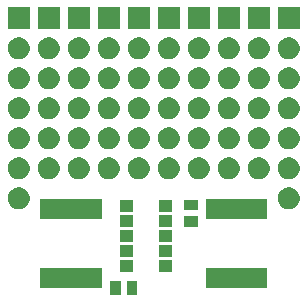
<source format=gts>
G04 #@! TF.FileFunction,Soldermask,Top*
%FSLAX46Y46*%
G04 Gerber Fmt 4.6, Leading zero omitted, Abs format (unit mm)*
G04 Created by KiCad (PCBNEW 4.0.1-stable) date 2016-02-27 01:30:11*
%MOMM*%
G01*
G04 APERTURE LIST*
%ADD10C,0.050800*%
G04 APERTURE END LIST*
D10*
G36*
X11328400Y-24726900D02*
X10414000Y-24726900D01*
X10414000Y-23533100D01*
X11328400Y-23533100D01*
X11328400Y-24726900D01*
X11328400Y-24726900D01*
G37*
G36*
X9906000Y-24726900D02*
X8991600Y-24726900D01*
X8991600Y-23533100D01*
X9906000Y-23533100D01*
X9906000Y-24726900D01*
X9906000Y-24726900D01*
G37*
G36*
X22301200Y-24104600D02*
X17119600Y-24104600D01*
X17119600Y-22377400D01*
X22301200Y-22377400D01*
X22301200Y-24104600D01*
X22301200Y-24104600D01*
G37*
G36*
X8305800Y-24104600D02*
X3124200Y-24104600D01*
X3124200Y-22377400D01*
X8305800Y-22377400D01*
X8305800Y-24104600D01*
X8305800Y-24104600D01*
G37*
G36*
X14242000Y-22702000D02*
X13188000Y-22702000D01*
X13188000Y-21748000D01*
X14242000Y-21748000D01*
X14242000Y-22702000D01*
X14242000Y-22702000D01*
G37*
G36*
X10942000Y-22702000D02*
X9888000Y-22702000D01*
X9888000Y-21748000D01*
X10942000Y-21748000D01*
X10942000Y-22702000D01*
X10942000Y-22702000D01*
G37*
G36*
X10942000Y-21432000D02*
X9888000Y-21432000D01*
X9888000Y-20478000D01*
X10942000Y-20478000D01*
X10942000Y-21432000D01*
X10942000Y-21432000D01*
G37*
G36*
X14242000Y-21432000D02*
X13188000Y-21432000D01*
X13188000Y-20478000D01*
X14242000Y-20478000D01*
X14242000Y-21432000D01*
X14242000Y-21432000D01*
G37*
G36*
X10942000Y-20162000D02*
X9888000Y-20162000D01*
X9888000Y-19208000D01*
X10942000Y-19208000D01*
X10942000Y-20162000D01*
X10942000Y-20162000D01*
G37*
G36*
X14242000Y-20162000D02*
X13188000Y-20162000D01*
X13188000Y-19208000D01*
X14242000Y-19208000D01*
X14242000Y-20162000D01*
X14242000Y-20162000D01*
G37*
G36*
X16471900Y-18948400D02*
X15278100Y-18948400D01*
X15278100Y-18034000D01*
X16471900Y-18034000D01*
X16471900Y-18948400D01*
X16471900Y-18948400D01*
G37*
G36*
X14242000Y-18892000D02*
X13188000Y-18892000D01*
X13188000Y-17938000D01*
X14242000Y-17938000D01*
X14242000Y-18892000D01*
X14242000Y-18892000D01*
G37*
G36*
X10942000Y-18892000D02*
X9888000Y-18892000D01*
X9888000Y-17938000D01*
X10942000Y-17938000D01*
X10942000Y-18892000D01*
X10942000Y-18892000D01*
G37*
G36*
X22301200Y-18262600D02*
X17119600Y-18262600D01*
X17119600Y-16535400D01*
X22301200Y-16535400D01*
X22301200Y-18262600D01*
X22301200Y-18262600D01*
G37*
G36*
X8305800Y-18262600D02*
X3124200Y-18262600D01*
X3124200Y-16535400D01*
X8305800Y-16535400D01*
X8305800Y-18262600D01*
X8305800Y-18262600D01*
G37*
G36*
X14242000Y-17622000D02*
X13188000Y-17622000D01*
X13188000Y-16668000D01*
X14242000Y-16668000D01*
X14242000Y-17622000D01*
X14242000Y-17622000D01*
G37*
G36*
X10942000Y-17622000D02*
X9888000Y-17622000D01*
X9888000Y-16668000D01*
X10942000Y-16668000D01*
X10942000Y-17622000D01*
X10942000Y-17622000D01*
G37*
G36*
X16471900Y-17526000D02*
X15278100Y-17526000D01*
X15278100Y-16611600D01*
X16471900Y-16611600D01*
X16471900Y-17526000D01*
X16471900Y-17526000D01*
G37*
G36*
X1367376Y-15583516D02*
X1545479Y-15620075D01*
X1713087Y-15690531D01*
X1863812Y-15792196D01*
X1991931Y-15921214D01*
X2092542Y-16072645D01*
X2161827Y-16240744D01*
X2197089Y-16418828D01*
X2197089Y-16418835D01*
X2197140Y-16419093D01*
X2194240Y-16626759D01*
X2194182Y-16627014D01*
X2194182Y-16627021D01*
X2153961Y-16804054D01*
X2080010Y-16970151D01*
X1975209Y-17118716D01*
X1843541Y-17244102D01*
X1690034Y-17341520D01*
X1520519Y-17407270D01*
X1341473Y-17438842D01*
X1159694Y-17435033D01*
X982123Y-17395992D01*
X815519Y-17323205D01*
X666221Y-17219440D01*
X539921Y-17088653D01*
X441430Y-16935824D01*
X374501Y-16766781D01*
X341679Y-16587952D01*
X344218Y-16406157D01*
X382019Y-16228317D01*
X453643Y-16061205D01*
X556363Y-15911186D01*
X686262Y-15783980D01*
X838398Y-15684425D01*
X1006977Y-15616314D01*
X1185567Y-15582247D01*
X1367376Y-15583516D01*
X1367376Y-15583516D01*
G37*
G36*
X24227376Y-15583516D02*
X24405479Y-15620075D01*
X24573087Y-15690531D01*
X24723812Y-15792196D01*
X24851931Y-15921214D01*
X24952542Y-16072645D01*
X25021827Y-16240744D01*
X25057089Y-16418828D01*
X25057089Y-16418835D01*
X25057140Y-16419093D01*
X25054240Y-16626759D01*
X25054182Y-16627014D01*
X25054182Y-16627021D01*
X25013961Y-16804054D01*
X24940010Y-16970151D01*
X24835209Y-17118716D01*
X24703541Y-17244102D01*
X24550034Y-17341520D01*
X24380519Y-17407270D01*
X24201473Y-17438842D01*
X24019694Y-17435033D01*
X23842123Y-17395992D01*
X23675519Y-17323205D01*
X23526221Y-17219440D01*
X23399921Y-17088653D01*
X23301430Y-16935824D01*
X23234501Y-16766781D01*
X23201679Y-16587952D01*
X23204218Y-16406157D01*
X23242019Y-16228317D01*
X23313643Y-16061205D01*
X23416363Y-15911186D01*
X23546262Y-15783980D01*
X23698398Y-15684425D01*
X23866977Y-15616314D01*
X24045567Y-15582247D01*
X24227376Y-15583516D01*
X24227376Y-15583516D01*
G37*
G36*
X21687376Y-13043516D02*
X21865479Y-13080075D01*
X22033087Y-13150531D01*
X22183812Y-13252196D01*
X22311931Y-13381214D01*
X22412542Y-13532645D01*
X22481827Y-13700744D01*
X22517089Y-13878828D01*
X22517089Y-13878835D01*
X22517140Y-13879093D01*
X22514240Y-14086759D01*
X22514182Y-14087014D01*
X22514182Y-14087021D01*
X22473961Y-14264054D01*
X22400010Y-14430151D01*
X22295209Y-14578716D01*
X22163541Y-14704102D01*
X22010034Y-14801520D01*
X21840519Y-14867270D01*
X21661473Y-14898842D01*
X21479694Y-14895033D01*
X21302123Y-14855992D01*
X21135519Y-14783205D01*
X20986221Y-14679440D01*
X20859921Y-14548653D01*
X20761430Y-14395824D01*
X20694501Y-14226781D01*
X20661679Y-14047952D01*
X20664218Y-13866157D01*
X20702019Y-13688317D01*
X20773643Y-13521205D01*
X20876363Y-13371186D01*
X21006262Y-13243980D01*
X21158398Y-13144425D01*
X21326977Y-13076314D01*
X21505567Y-13042247D01*
X21687376Y-13043516D01*
X21687376Y-13043516D01*
G37*
G36*
X1367376Y-13043516D02*
X1545479Y-13080075D01*
X1713087Y-13150531D01*
X1863812Y-13252196D01*
X1991931Y-13381214D01*
X2092542Y-13532645D01*
X2161827Y-13700744D01*
X2197089Y-13878828D01*
X2197089Y-13878835D01*
X2197140Y-13879093D01*
X2194240Y-14086759D01*
X2194182Y-14087014D01*
X2194182Y-14087021D01*
X2153961Y-14264054D01*
X2080010Y-14430151D01*
X1975209Y-14578716D01*
X1843541Y-14704102D01*
X1690034Y-14801520D01*
X1520519Y-14867270D01*
X1341473Y-14898842D01*
X1159694Y-14895033D01*
X982123Y-14855992D01*
X815519Y-14783205D01*
X666221Y-14679440D01*
X539921Y-14548653D01*
X441430Y-14395824D01*
X374501Y-14226781D01*
X341679Y-14047952D01*
X344218Y-13866157D01*
X382019Y-13688317D01*
X453643Y-13521205D01*
X556363Y-13371186D01*
X686262Y-13243980D01*
X838398Y-13144425D01*
X1006977Y-13076314D01*
X1185567Y-13042247D01*
X1367376Y-13043516D01*
X1367376Y-13043516D01*
G37*
G36*
X6447376Y-13043516D02*
X6625479Y-13080075D01*
X6793087Y-13150531D01*
X6943812Y-13252196D01*
X7071931Y-13381214D01*
X7172542Y-13532645D01*
X7241827Y-13700744D01*
X7277089Y-13878828D01*
X7277089Y-13878835D01*
X7277140Y-13879093D01*
X7274240Y-14086759D01*
X7274182Y-14087014D01*
X7274182Y-14087021D01*
X7233961Y-14264054D01*
X7160010Y-14430151D01*
X7055209Y-14578716D01*
X6923541Y-14704102D01*
X6770034Y-14801520D01*
X6600519Y-14867270D01*
X6421473Y-14898842D01*
X6239694Y-14895033D01*
X6062123Y-14855992D01*
X5895519Y-14783205D01*
X5746221Y-14679440D01*
X5619921Y-14548653D01*
X5521430Y-14395824D01*
X5454501Y-14226781D01*
X5421679Y-14047952D01*
X5424218Y-13866157D01*
X5462019Y-13688317D01*
X5533643Y-13521205D01*
X5636363Y-13371186D01*
X5766262Y-13243980D01*
X5918398Y-13144425D01*
X6086977Y-13076314D01*
X6265567Y-13042247D01*
X6447376Y-13043516D01*
X6447376Y-13043516D01*
G37*
G36*
X8987376Y-13043516D02*
X9165479Y-13080075D01*
X9333087Y-13150531D01*
X9483812Y-13252196D01*
X9611931Y-13381214D01*
X9712542Y-13532645D01*
X9781827Y-13700744D01*
X9817089Y-13878828D01*
X9817089Y-13878835D01*
X9817140Y-13879093D01*
X9814240Y-14086759D01*
X9814182Y-14087014D01*
X9814182Y-14087021D01*
X9773961Y-14264054D01*
X9700010Y-14430151D01*
X9595209Y-14578716D01*
X9463541Y-14704102D01*
X9310034Y-14801520D01*
X9140519Y-14867270D01*
X8961473Y-14898842D01*
X8779694Y-14895033D01*
X8602123Y-14855992D01*
X8435519Y-14783205D01*
X8286221Y-14679440D01*
X8159921Y-14548653D01*
X8061430Y-14395824D01*
X7994501Y-14226781D01*
X7961679Y-14047952D01*
X7964218Y-13866157D01*
X8002019Y-13688317D01*
X8073643Y-13521205D01*
X8176363Y-13371186D01*
X8306262Y-13243980D01*
X8458398Y-13144425D01*
X8626977Y-13076314D01*
X8805567Y-13042247D01*
X8987376Y-13043516D01*
X8987376Y-13043516D01*
G37*
G36*
X11527376Y-13043516D02*
X11705479Y-13080075D01*
X11873087Y-13150531D01*
X12023812Y-13252196D01*
X12151931Y-13381214D01*
X12252542Y-13532645D01*
X12321827Y-13700744D01*
X12357089Y-13878828D01*
X12357089Y-13878835D01*
X12357140Y-13879093D01*
X12354240Y-14086759D01*
X12354182Y-14087014D01*
X12354182Y-14087021D01*
X12313961Y-14264054D01*
X12240010Y-14430151D01*
X12135209Y-14578716D01*
X12003541Y-14704102D01*
X11850034Y-14801520D01*
X11680519Y-14867270D01*
X11501473Y-14898842D01*
X11319694Y-14895033D01*
X11142123Y-14855992D01*
X10975519Y-14783205D01*
X10826221Y-14679440D01*
X10699921Y-14548653D01*
X10601430Y-14395824D01*
X10534501Y-14226781D01*
X10501679Y-14047952D01*
X10504218Y-13866157D01*
X10542019Y-13688317D01*
X10613643Y-13521205D01*
X10716363Y-13371186D01*
X10846262Y-13243980D01*
X10998398Y-13144425D01*
X11166977Y-13076314D01*
X11345567Y-13042247D01*
X11527376Y-13043516D01*
X11527376Y-13043516D01*
G37*
G36*
X16607376Y-13043516D02*
X16785479Y-13080075D01*
X16953087Y-13150531D01*
X17103812Y-13252196D01*
X17231931Y-13381214D01*
X17332542Y-13532645D01*
X17401827Y-13700744D01*
X17437089Y-13878828D01*
X17437089Y-13878835D01*
X17437140Y-13879093D01*
X17434240Y-14086759D01*
X17434182Y-14087014D01*
X17434182Y-14087021D01*
X17393961Y-14264054D01*
X17320010Y-14430151D01*
X17215209Y-14578716D01*
X17083541Y-14704102D01*
X16930034Y-14801520D01*
X16760519Y-14867270D01*
X16581473Y-14898842D01*
X16399694Y-14895033D01*
X16222123Y-14855992D01*
X16055519Y-14783205D01*
X15906221Y-14679440D01*
X15779921Y-14548653D01*
X15681430Y-14395824D01*
X15614501Y-14226781D01*
X15581679Y-14047952D01*
X15584218Y-13866157D01*
X15622019Y-13688317D01*
X15693643Y-13521205D01*
X15796363Y-13371186D01*
X15926262Y-13243980D01*
X16078398Y-13144425D01*
X16246977Y-13076314D01*
X16425567Y-13042247D01*
X16607376Y-13043516D01*
X16607376Y-13043516D01*
G37*
G36*
X19147376Y-13043516D02*
X19325479Y-13080075D01*
X19493087Y-13150531D01*
X19643812Y-13252196D01*
X19771931Y-13381214D01*
X19872542Y-13532645D01*
X19941827Y-13700744D01*
X19977089Y-13878828D01*
X19977089Y-13878835D01*
X19977140Y-13879093D01*
X19974240Y-14086759D01*
X19974182Y-14087014D01*
X19974182Y-14087021D01*
X19933961Y-14264054D01*
X19860010Y-14430151D01*
X19755209Y-14578716D01*
X19623541Y-14704102D01*
X19470034Y-14801520D01*
X19300519Y-14867270D01*
X19121473Y-14898842D01*
X18939694Y-14895033D01*
X18762123Y-14855992D01*
X18595519Y-14783205D01*
X18446221Y-14679440D01*
X18319921Y-14548653D01*
X18221430Y-14395824D01*
X18154501Y-14226781D01*
X18121679Y-14047952D01*
X18124218Y-13866157D01*
X18162019Y-13688317D01*
X18233643Y-13521205D01*
X18336363Y-13371186D01*
X18466262Y-13243980D01*
X18618398Y-13144425D01*
X18786977Y-13076314D01*
X18965567Y-13042247D01*
X19147376Y-13043516D01*
X19147376Y-13043516D01*
G37*
G36*
X3907376Y-13043516D02*
X4085479Y-13080075D01*
X4253087Y-13150531D01*
X4403812Y-13252196D01*
X4531931Y-13381214D01*
X4632542Y-13532645D01*
X4701827Y-13700744D01*
X4737089Y-13878828D01*
X4737089Y-13878835D01*
X4737140Y-13879093D01*
X4734240Y-14086759D01*
X4734182Y-14087014D01*
X4734182Y-14087021D01*
X4693961Y-14264054D01*
X4620010Y-14430151D01*
X4515209Y-14578716D01*
X4383541Y-14704102D01*
X4230034Y-14801520D01*
X4060519Y-14867270D01*
X3881473Y-14898842D01*
X3699694Y-14895033D01*
X3522123Y-14855992D01*
X3355519Y-14783205D01*
X3206221Y-14679440D01*
X3079921Y-14548653D01*
X2981430Y-14395824D01*
X2914501Y-14226781D01*
X2881679Y-14047952D01*
X2884218Y-13866157D01*
X2922019Y-13688317D01*
X2993643Y-13521205D01*
X3096363Y-13371186D01*
X3226262Y-13243980D01*
X3378398Y-13144425D01*
X3546977Y-13076314D01*
X3725567Y-13042247D01*
X3907376Y-13043516D01*
X3907376Y-13043516D01*
G37*
G36*
X24227376Y-13043516D02*
X24405479Y-13080075D01*
X24573087Y-13150531D01*
X24723812Y-13252196D01*
X24851931Y-13381214D01*
X24952542Y-13532645D01*
X25021827Y-13700744D01*
X25057089Y-13878828D01*
X25057089Y-13878835D01*
X25057140Y-13879093D01*
X25054240Y-14086759D01*
X25054182Y-14087014D01*
X25054182Y-14087021D01*
X25013961Y-14264054D01*
X24940010Y-14430151D01*
X24835209Y-14578716D01*
X24703541Y-14704102D01*
X24550034Y-14801520D01*
X24380519Y-14867270D01*
X24201473Y-14898842D01*
X24019694Y-14895033D01*
X23842123Y-14855992D01*
X23675519Y-14783205D01*
X23526221Y-14679440D01*
X23399921Y-14548653D01*
X23301430Y-14395824D01*
X23234501Y-14226781D01*
X23201679Y-14047952D01*
X23204218Y-13866157D01*
X23242019Y-13688317D01*
X23313643Y-13521205D01*
X23416363Y-13371186D01*
X23546262Y-13243980D01*
X23698398Y-13144425D01*
X23866977Y-13076314D01*
X24045567Y-13042247D01*
X24227376Y-13043516D01*
X24227376Y-13043516D01*
G37*
G36*
X14067376Y-13043516D02*
X14245479Y-13080075D01*
X14413087Y-13150531D01*
X14563812Y-13252196D01*
X14691931Y-13381214D01*
X14792542Y-13532645D01*
X14861827Y-13700744D01*
X14897089Y-13878828D01*
X14897089Y-13878835D01*
X14897140Y-13879093D01*
X14894240Y-14086759D01*
X14894182Y-14087014D01*
X14894182Y-14087021D01*
X14853961Y-14264054D01*
X14780010Y-14430151D01*
X14675209Y-14578716D01*
X14543541Y-14704102D01*
X14390034Y-14801520D01*
X14220519Y-14867270D01*
X14041473Y-14898842D01*
X13859694Y-14895033D01*
X13682123Y-14855992D01*
X13515519Y-14783205D01*
X13366221Y-14679440D01*
X13239921Y-14548653D01*
X13141430Y-14395824D01*
X13074501Y-14226781D01*
X13041679Y-14047952D01*
X13044218Y-13866157D01*
X13082019Y-13688317D01*
X13153643Y-13521205D01*
X13256363Y-13371186D01*
X13386262Y-13243980D01*
X13538398Y-13144425D01*
X13706977Y-13076314D01*
X13885567Y-13042247D01*
X14067376Y-13043516D01*
X14067376Y-13043516D01*
G37*
G36*
X14067376Y-10503516D02*
X14245479Y-10540075D01*
X14413087Y-10610531D01*
X14563812Y-10712196D01*
X14691931Y-10841214D01*
X14792542Y-10992645D01*
X14861827Y-11160744D01*
X14897089Y-11338828D01*
X14897089Y-11338835D01*
X14897140Y-11339093D01*
X14894240Y-11546759D01*
X14894182Y-11547014D01*
X14894182Y-11547021D01*
X14853961Y-11724054D01*
X14780010Y-11890151D01*
X14675209Y-12038716D01*
X14543541Y-12164102D01*
X14390034Y-12261520D01*
X14220519Y-12327270D01*
X14041473Y-12358842D01*
X13859694Y-12355033D01*
X13682123Y-12315992D01*
X13515519Y-12243205D01*
X13366221Y-12139440D01*
X13239921Y-12008653D01*
X13141430Y-11855824D01*
X13074501Y-11686781D01*
X13041679Y-11507952D01*
X13044218Y-11326157D01*
X13082019Y-11148317D01*
X13153643Y-10981205D01*
X13256363Y-10831186D01*
X13386262Y-10703980D01*
X13538398Y-10604425D01*
X13706977Y-10536314D01*
X13885567Y-10502247D01*
X14067376Y-10503516D01*
X14067376Y-10503516D01*
G37*
G36*
X3907376Y-10503516D02*
X4085479Y-10540075D01*
X4253087Y-10610531D01*
X4403812Y-10712196D01*
X4531931Y-10841214D01*
X4632542Y-10992645D01*
X4701827Y-11160744D01*
X4737089Y-11338828D01*
X4737089Y-11338835D01*
X4737140Y-11339093D01*
X4734240Y-11546759D01*
X4734182Y-11547014D01*
X4734182Y-11547021D01*
X4693961Y-11724054D01*
X4620010Y-11890151D01*
X4515209Y-12038716D01*
X4383541Y-12164102D01*
X4230034Y-12261520D01*
X4060519Y-12327270D01*
X3881473Y-12358842D01*
X3699694Y-12355033D01*
X3522123Y-12315992D01*
X3355519Y-12243205D01*
X3206221Y-12139440D01*
X3079921Y-12008653D01*
X2981430Y-11855824D01*
X2914501Y-11686781D01*
X2881679Y-11507952D01*
X2884218Y-11326157D01*
X2922019Y-11148317D01*
X2993643Y-10981205D01*
X3096363Y-10831186D01*
X3226262Y-10703980D01*
X3378398Y-10604425D01*
X3546977Y-10536314D01*
X3725567Y-10502247D01*
X3907376Y-10503516D01*
X3907376Y-10503516D01*
G37*
G36*
X6447376Y-10503516D02*
X6625479Y-10540075D01*
X6793087Y-10610531D01*
X6943812Y-10712196D01*
X7071931Y-10841214D01*
X7172542Y-10992645D01*
X7241827Y-11160744D01*
X7277089Y-11338828D01*
X7277089Y-11338835D01*
X7277140Y-11339093D01*
X7274240Y-11546759D01*
X7274182Y-11547014D01*
X7274182Y-11547021D01*
X7233961Y-11724054D01*
X7160010Y-11890151D01*
X7055209Y-12038716D01*
X6923541Y-12164102D01*
X6770034Y-12261520D01*
X6600519Y-12327270D01*
X6421473Y-12358842D01*
X6239694Y-12355033D01*
X6062123Y-12315992D01*
X5895519Y-12243205D01*
X5746221Y-12139440D01*
X5619921Y-12008653D01*
X5521430Y-11855824D01*
X5454501Y-11686781D01*
X5421679Y-11507952D01*
X5424218Y-11326157D01*
X5462019Y-11148317D01*
X5533643Y-10981205D01*
X5636363Y-10831186D01*
X5766262Y-10703980D01*
X5918398Y-10604425D01*
X6086977Y-10536314D01*
X6265567Y-10502247D01*
X6447376Y-10503516D01*
X6447376Y-10503516D01*
G37*
G36*
X8987376Y-10503516D02*
X9165479Y-10540075D01*
X9333087Y-10610531D01*
X9483812Y-10712196D01*
X9611931Y-10841214D01*
X9712542Y-10992645D01*
X9781827Y-11160744D01*
X9817089Y-11338828D01*
X9817089Y-11338835D01*
X9817140Y-11339093D01*
X9814240Y-11546759D01*
X9814182Y-11547014D01*
X9814182Y-11547021D01*
X9773961Y-11724054D01*
X9700010Y-11890151D01*
X9595209Y-12038716D01*
X9463541Y-12164102D01*
X9310034Y-12261520D01*
X9140519Y-12327270D01*
X8961473Y-12358842D01*
X8779694Y-12355033D01*
X8602123Y-12315992D01*
X8435519Y-12243205D01*
X8286221Y-12139440D01*
X8159921Y-12008653D01*
X8061430Y-11855824D01*
X7994501Y-11686781D01*
X7961679Y-11507952D01*
X7964218Y-11326157D01*
X8002019Y-11148317D01*
X8073643Y-10981205D01*
X8176363Y-10831186D01*
X8306262Y-10703980D01*
X8458398Y-10604425D01*
X8626977Y-10536314D01*
X8805567Y-10502247D01*
X8987376Y-10503516D01*
X8987376Y-10503516D01*
G37*
G36*
X11527376Y-10503516D02*
X11705479Y-10540075D01*
X11873087Y-10610531D01*
X12023812Y-10712196D01*
X12151931Y-10841214D01*
X12252542Y-10992645D01*
X12321827Y-11160744D01*
X12357089Y-11338828D01*
X12357089Y-11338835D01*
X12357140Y-11339093D01*
X12354240Y-11546759D01*
X12354182Y-11547014D01*
X12354182Y-11547021D01*
X12313961Y-11724054D01*
X12240010Y-11890151D01*
X12135209Y-12038716D01*
X12003541Y-12164102D01*
X11850034Y-12261520D01*
X11680519Y-12327270D01*
X11501473Y-12358842D01*
X11319694Y-12355033D01*
X11142123Y-12315992D01*
X10975519Y-12243205D01*
X10826221Y-12139440D01*
X10699921Y-12008653D01*
X10601430Y-11855824D01*
X10534501Y-11686781D01*
X10501679Y-11507952D01*
X10504218Y-11326157D01*
X10542019Y-11148317D01*
X10613643Y-10981205D01*
X10716363Y-10831186D01*
X10846262Y-10703980D01*
X10998398Y-10604425D01*
X11166977Y-10536314D01*
X11345567Y-10502247D01*
X11527376Y-10503516D01*
X11527376Y-10503516D01*
G37*
G36*
X16607376Y-10503516D02*
X16785479Y-10540075D01*
X16953087Y-10610531D01*
X17103812Y-10712196D01*
X17231931Y-10841214D01*
X17332542Y-10992645D01*
X17401827Y-11160744D01*
X17437089Y-11338828D01*
X17437089Y-11338835D01*
X17437140Y-11339093D01*
X17434240Y-11546759D01*
X17434182Y-11547014D01*
X17434182Y-11547021D01*
X17393961Y-11724054D01*
X17320010Y-11890151D01*
X17215209Y-12038716D01*
X17083541Y-12164102D01*
X16930034Y-12261520D01*
X16760519Y-12327270D01*
X16581473Y-12358842D01*
X16399694Y-12355033D01*
X16222123Y-12315992D01*
X16055519Y-12243205D01*
X15906221Y-12139440D01*
X15779921Y-12008653D01*
X15681430Y-11855824D01*
X15614501Y-11686781D01*
X15581679Y-11507952D01*
X15584218Y-11326157D01*
X15622019Y-11148317D01*
X15693643Y-10981205D01*
X15796363Y-10831186D01*
X15926262Y-10703980D01*
X16078398Y-10604425D01*
X16246977Y-10536314D01*
X16425567Y-10502247D01*
X16607376Y-10503516D01*
X16607376Y-10503516D01*
G37*
G36*
X19147376Y-10503516D02*
X19325479Y-10540075D01*
X19493087Y-10610531D01*
X19643812Y-10712196D01*
X19771931Y-10841214D01*
X19872542Y-10992645D01*
X19941827Y-11160744D01*
X19977089Y-11338828D01*
X19977089Y-11338835D01*
X19977140Y-11339093D01*
X19974240Y-11546759D01*
X19974182Y-11547014D01*
X19974182Y-11547021D01*
X19933961Y-11724054D01*
X19860010Y-11890151D01*
X19755209Y-12038716D01*
X19623541Y-12164102D01*
X19470034Y-12261520D01*
X19300519Y-12327270D01*
X19121473Y-12358842D01*
X18939694Y-12355033D01*
X18762123Y-12315992D01*
X18595519Y-12243205D01*
X18446221Y-12139440D01*
X18319921Y-12008653D01*
X18221430Y-11855824D01*
X18154501Y-11686781D01*
X18121679Y-11507952D01*
X18124218Y-11326157D01*
X18162019Y-11148317D01*
X18233643Y-10981205D01*
X18336363Y-10831186D01*
X18466262Y-10703980D01*
X18618398Y-10604425D01*
X18786977Y-10536314D01*
X18965567Y-10502247D01*
X19147376Y-10503516D01*
X19147376Y-10503516D01*
G37*
G36*
X21687376Y-10503516D02*
X21865479Y-10540075D01*
X22033087Y-10610531D01*
X22183812Y-10712196D01*
X22311931Y-10841214D01*
X22412542Y-10992645D01*
X22481827Y-11160744D01*
X22517089Y-11338828D01*
X22517089Y-11338835D01*
X22517140Y-11339093D01*
X22514240Y-11546759D01*
X22514182Y-11547014D01*
X22514182Y-11547021D01*
X22473961Y-11724054D01*
X22400010Y-11890151D01*
X22295209Y-12038716D01*
X22163541Y-12164102D01*
X22010034Y-12261520D01*
X21840519Y-12327270D01*
X21661473Y-12358842D01*
X21479694Y-12355033D01*
X21302123Y-12315992D01*
X21135519Y-12243205D01*
X20986221Y-12139440D01*
X20859921Y-12008653D01*
X20761430Y-11855824D01*
X20694501Y-11686781D01*
X20661679Y-11507952D01*
X20664218Y-11326157D01*
X20702019Y-11148317D01*
X20773643Y-10981205D01*
X20876363Y-10831186D01*
X21006262Y-10703980D01*
X21158398Y-10604425D01*
X21326977Y-10536314D01*
X21505567Y-10502247D01*
X21687376Y-10503516D01*
X21687376Y-10503516D01*
G37*
G36*
X24227376Y-10503516D02*
X24405479Y-10540075D01*
X24573087Y-10610531D01*
X24723812Y-10712196D01*
X24851931Y-10841214D01*
X24952542Y-10992645D01*
X25021827Y-11160744D01*
X25057089Y-11338828D01*
X25057089Y-11338835D01*
X25057140Y-11339093D01*
X25054240Y-11546759D01*
X25054182Y-11547014D01*
X25054182Y-11547021D01*
X25013961Y-11724054D01*
X24940010Y-11890151D01*
X24835209Y-12038716D01*
X24703541Y-12164102D01*
X24550034Y-12261520D01*
X24380519Y-12327270D01*
X24201473Y-12358842D01*
X24019694Y-12355033D01*
X23842123Y-12315992D01*
X23675519Y-12243205D01*
X23526221Y-12139440D01*
X23399921Y-12008653D01*
X23301430Y-11855824D01*
X23234501Y-11686781D01*
X23201679Y-11507952D01*
X23204218Y-11326157D01*
X23242019Y-11148317D01*
X23313643Y-10981205D01*
X23416363Y-10831186D01*
X23546262Y-10703980D01*
X23698398Y-10604425D01*
X23866977Y-10536314D01*
X24045567Y-10502247D01*
X24227376Y-10503516D01*
X24227376Y-10503516D01*
G37*
G36*
X1367376Y-10503516D02*
X1545479Y-10540075D01*
X1713087Y-10610531D01*
X1863812Y-10712196D01*
X1991931Y-10841214D01*
X2092542Y-10992645D01*
X2161827Y-11160744D01*
X2197089Y-11338828D01*
X2197089Y-11338835D01*
X2197140Y-11339093D01*
X2194240Y-11546759D01*
X2194182Y-11547014D01*
X2194182Y-11547021D01*
X2153961Y-11724054D01*
X2080010Y-11890151D01*
X1975209Y-12038716D01*
X1843541Y-12164102D01*
X1690034Y-12261520D01*
X1520519Y-12327270D01*
X1341473Y-12358842D01*
X1159694Y-12355033D01*
X982123Y-12315992D01*
X815519Y-12243205D01*
X666221Y-12139440D01*
X539921Y-12008653D01*
X441430Y-11855824D01*
X374501Y-11686781D01*
X341679Y-11507952D01*
X344218Y-11326157D01*
X382019Y-11148317D01*
X453643Y-10981205D01*
X556363Y-10831186D01*
X686262Y-10703980D01*
X838398Y-10604425D01*
X1006977Y-10536314D01*
X1185567Y-10502247D01*
X1367376Y-10503516D01*
X1367376Y-10503516D01*
G37*
G36*
X3907376Y-7963516D02*
X4085479Y-8000075D01*
X4253087Y-8070531D01*
X4403812Y-8172196D01*
X4531931Y-8301214D01*
X4632542Y-8452645D01*
X4701827Y-8620744D01*
X4737089Y-8798828D01*
X4737089Y-8798835D01*
X4737140Y-8799093D01*
X4734240Y-9006759D01*
X4734182Y-9007014D01*
X4734182Y-9007021D01*
X4693961Y-9184054D01*
X4620010Y-9350151D01*
X4515209Y-9498716D01*
X4383541Y-9624102D01*
X4230034Y-9721520D01*
X4060519Y-9787270D01*
X3881473Y-9818842D01*
X3699694Y-9815033D01*
X3522123Y-9775992D01*
X3355519Y-9703205D01*
X3206221Y-9599440D01*
X3079921Y-9468653D01*
X2981430Y-9315824D01*
X2914501Y-9146781D01*
X2881679Y-8967952D01*
X2884218Y-8786157D01*
X2922019Y-8608317D01*
X2993643Y-8441205D01*
X3096363Y-8291186D01*
X3226262Y-8163980D01*
X3378398Y-8064425D01*
X3546977Y-7996314D01*
X3725567Y-7962247D01*
X3907376Y-7963516D01*
X3907376Y-7963516D01*
G37*
G36*
X6447376Y-7963516D02*
X6625479Y-8000075D01*
X6793087Y-8070531D01*
X6943812Y-8172196D01*
X7071931Y-8301214D01*
X7172542Y-8452645D01*
X7241827Y-8620744D01*
X7277089Y-8798828D01*
X7277089Y-8798835D01*
X7277140Y-8799093D01*
X7274240Y-9006759D01*
X7274182Y-9007014D01*
X7274182Y-9007021D01*
X7233961Y-9184054D01*
X7160010Y-9350151D01*
X7055209Y-9498716D01*
X6923541Y-9624102D01*
X6770034Y-9721520D01*
X6600519Y-9787270D01*
X6421473Y-9818842D01*
X6239694Y-9815033D01*
X6062123Y-9775992D01*
X5895519Y-9703205D01*
X5746221Y-9599440D01*
X5619921Y-9468653D01*
X5521430Y-9315824D01*
X5454501Y-9146781D01*
X5421679Y-8967952D01*
X5424218Y-8786157D01*
X5462019Y-8608317D01*
X5533643Y-8441205D01*
X5636363Y-8291186D01*
X5766262Y-8163980D01*
X5918398Y-8064425D01*
X6086977Y-7996314D01*
X6265567Y-7962247D01*
X6447376Y-7963516D01*
X6447376Y-7963516D01*
G37*
G36*
X14067376Y-7963516D02*
X14245479Y-8000075D01*
X14413087Y-8070531D01*
X14563812Y-8172196D01*
X14691931Y-8301214D01*
X14792542Y-8452645D01*
X14861827Y-8620744D01*
X14897089Y-8798828D01*
X14897089Y-8798835D01*
X14897140Y-8799093D01*
X14894240Y-9006759D01*
X14894182Y-9007014D01*
X14894182Y-9007021D01*
X14853961Y-9184054D01*
X14780010Y-9350151D01*
X14675209Y-9498716D01*
X14543541Y-9624102D01*
X14390034Y-9721520D01*
X14220519Y-9787270D01*
X14041473Y-9818842D01*
X13859694Y-9815033D01*
X13682123Y-9775992D01*
X13515519Y-9703205D01*
X13366221Y-9599440D01*
X13239921Y-9468653D01*
X13141430Y-9315824D01*
X13074501Y-9146781D01*
X13041679Y-8967952D01*
X13044218Y-8786157D01*
X13082019Y-8608317D01*
X13153643Y-8441205D01*
X13256363Y-8291186D01*
X13386262Y-8163980D01*
X13538398Y-8064425D01*
X13706977Y-7996314D01*
X13885567Y-7962247D01*
X14067376Y-7963516D01*
X14067376Y-7963516D01*
G37*
G36*
X8987376Y-7963516D02*
X9165479Y-8000075D01*
X9333087Y-8070531D01*
X9483812Y-8172196D01*
X9611931Y-8301214D01*
X9712542Y-8452645D01*
X9781827Y-8620744D01*
X9817089Y-8798828D01*
X9817089Y-8798835D01*
X9817140Y-8799093D01*
X9814240Y-9006759D01*
X9814182Y-9007014D01*
X9814182Y-9007021D01*
X9773961Y-9184054D01*
X9700010Y-9350151D01*
X9595209Y-9498716D01*
X9463541Y-9624102D01*
X9310034Y-9721520D01*
X9140519Y-9787270D01*
X8961473Y-9818842D01*
X8779694Y-9815033D01*
X8602123Y-9775992D01*
X8435519Y-9703205D01*
X8286221Y-9599440D01*
X8159921Y-9468653D01*
X8061430Y-9315824D01*
X7994501Y-9146781D01*
X7961679Y-8967952D01*
X7964218Y-8786157D01*
X8002019Y-8608317D01*
X8073643Y-8441205D01*
X8176363Y-8291186D01*
X8306262Y-8163980D01*
X8458398Y-8064425D01*
X8626977Y-7996314D01*
X8805567Y-7962247D01*
X8987376Y-7963516D01*
X8987376Y-7963516D01*
G37*
G36*
X11527376Y-7963516D02*
X11705479Y-8000075D01*
X11873087Y-8070531D01*
X12023812Y-8172196D01*
X12151931Y-8301214D01*
X12252542Y-8452645D01*
X12321827Y-8620744D01*
X12357089Y-8798828D01*
X12357089Y-8798835D01*
X12357140Y-8799093D01*
X12354240Y-9006759D01*
X12354182Y-9007014D01*
X12354182Y-9007021D01*
X12313961Y-9184054D01*
X12240010Y-9350151D01*
X12135209Y-9498716D01*
X12003541Y-9624102D01*
X11850034Y-9721520D01*
X11680519Y-9787270D01*
X11501473Y-9818842D01*
X11319694Y-9815033D01*
X11142123Y-9775992D01*
X10975519Y-9703205D01*
X10826221Y-9599440D01*
X10699921Y-9468653D01*
X10601430Y-9315824D01*
X10534501Y-9146781D01*
X10501679Y-8967952D01*
X10504218Y-8786157D01*
X10542019Y-8608317D01*
X10613643Y-8441205D01*
X10716363Y-8291186D01*
X10846262Y-8163980D01*
X10998398Y-8064425D01*
X11166977Y-7996314D01*
X11345567Y-7962247D01*
X11527376Y-7963516D01*
X11527376Y-7963516D01*
G37*
G36*
X19147376Y-7963516D02*
X19325479Y-8000075D01*
X19493087Y-8070531D01*
X19643812Y-8172196D01*
X19771931Y-8301214D01*
X19872542Y-8452645D01*
X19941827Y-8620744D01*
X19977089Y-8798828D01*
X19977089Y-8798835D01*
X19977140Y-8799093D01*
X19974240Y-9006759D01*
X19974182Y-9007014D01*
X19974182Y-9007021D01*
X19933961Y-9184054D01*
X19860010Y-9350151D01*
X19755209Y-9498716D01*
X19623541Y-9624102D01*
X19470034Y-9721520D01*
X19300519Y-9787270D01*
X19121473Y-9818842D01*
X18939694Y-9815033D01*
X18762123Y-9775992D01*
X18595519Y-9703205D01*
X18446221Y-9599440D01*
X18319921Y-9468653D01*
X18221430Y-9315824D01*
X18154501Y-9146781D01*
X18121679Y-8967952D01*
X18124218Y-8786157D01*
X18162019Y-8608317D01*
X18233643Y-8441205D01*
X18336363Y-8291186D01*
X18466262Y-8163980D01*
X18618398Y-8064425D01*
X18786977Y-7996314D01*
X18965567Y-7962247D01*
X19147376Y-7963516D01*
X19147376Y-7963516D01*
G37*
G36*
X21687376Y-7963516D02*
X21865479Y-8000075D01*
X22033087Y-8070531D01*
X22183812Y-8172196D01*
X22311931Y-8301214D01*
X22412542Y-8452645D01*
X22481827Y-8620744D01*
X22517089Y-8798828D01*
X22517089Y-8798835D01*
X22517140Y-8799093D01*
X22514240Y-9006759D01*
X22514182Y-9007014D01*
X22514182Y-9007021D01*
X22473961Y-9184054D01*
X22400010Y-9350151D01*
X22295209Y-9498716D01*
X22163541Y-9624102D01*
X22010034Y-9721520D01*
X21840519Y-9787270D01*
X21661473Y-9818842D01*
X21479694Y-9815033D01*
X21302123Y-9775992D01*
X21135519Y-9703205D01*
X20986221Y-9599440D01*
X20859921Y-9468653D01*
X20761430Y-9315824D01*
X20694501Y-9146781D01*
X20661679Y-8967952D01*
X20664218Y-8786157D01*
X20702019Y-8608317D01*
X20773643Y-8441205D01*
X20876363Y-8291186D01*
X21006262Y-8163980D01*
X21158398Y-8064425D01*
X21326977Y-7996314D01*
X21505567Y-7962247D01*
X21687376Y-7963516D01*
X21687376Y-7963516D01*
G37*
G36*
X24227376Y-7963516D02*
X24405479Y-8000075D01*
X24573087Y-8070531D01*
X24723812Y-8172196D01*
X24851931Y-8301214D01*
X24952542Y-8452645D01*
X25021827Y-8620744D01*
X25057089Y-8798828D01*
X25057089Y-8798835D01*
X25057140Y-8799093D01*
X25054240Y-9006759D01*
X25054182Y-9007014D01*
X25054182Y-9007021D01*
X25013961Y-9184054D01*
X24940010Y-9350151D01*
X24835209Y-9498716D01*
X24703541Y-9624102D01*
X24550034Y-9721520D01*
X24380519Y-9787270D01*
X24201473Y-9818842D01*
X24019694Y-9815033D01*
X23842123Y-9775992D01*
X23675519Y-9703205D01*
X23526221Y-9599440D01*
X23399921Y-9468653D01*
X23301430Y-9315824D01*
X23234501Y-9146781D01*
X23201679Y-8967952D01*
X23204218Y-8786157D01*
X23242019Y-8608317D01*
X23313643Y-8441205D01*
X23416363Y-8291186D01*
X23546262Y-8163980D01*
X23698398Y-8064425D01*
X23866977Y-7996314D01*
X24045567Y-7962247D01*
X24227376Y-7963516D01*
X24227376Y-7963516D01*
G37*
G36*
X1367376Y-7963516D02*
X1545479Y-8000075D01*
X1713087Y-8070531D01*
X1863812Y-8172196D01*
X1991931Y-8301214D01*
X2092542Y-8452645D01*
X2161827Y-8620744D01*
X2197089Y-8798828D01*
X2197089Y-8798835D01*
X2197140Y-8799093D01*
X2194240Y-9006759D01*
X2194182Y-9007014D01*
X2194182Y-9007021D01*
X2153961Y-9184054D01*
X2080010Y-9350151D01*
X1975209Y-9498716D01*
X1843541Y-9624102D01*
X1690034Y-9721520D01*
X1520519Y-9787270D01*
X1341473Y-9818842D01*
X1159694Y-9815033D01*
X982123Y-9775992D01*
X815519Y-9703205D01*
X666221Y-9599440D01*
X539921Y-9468653D01*
X441430Y-9315824D01*
X374501Y-9146781D01*
X341679Y-8967952D01*
X344218Y-8786157D01*
X382019Y-8608317D01*
X453643Y-8441205D01*
X556363Y-8291186D01*
X686262Y-8163980D01*
X838398Y-8064425D01*
X1006977Y-7996314D01*
X1185567Y-7962247D01*
X1367376Y-7963516D01*
X1367376Y-7963516D01*
G37*
G36*
X16607376Y-7963516D02*
X16785479Y-8000075D01*
X16953087Y-8070531D01*
X17103812Y-8172196D01*
X17231931Y-8301214D01*
X17332542Y-8452645D01*
X17401827Y-8620744D01*
X17437089Y-8798828D01*
X17437089Y-8798835D01*
X17437140Y-8799093D01*
X17434240Y-9006759D01*
X17434182Y-9007014D01*
X17434182Y-9007021D01*
X17393961Y-9184054D01*
X17320010Y-9350151D01*
X17215209Y-9498716D01*
X17083541Y-9624102D01*
X16930034Y-9721520D01*
X16760519Y-9787270D01*
X16581473Y-9818842D01*
X16399694Y-9815033D01*
X16222123Y-9775992D01*
X16055519Y-9703205D01*
X15906221Y-9599440D01*
X15779921Y-9468653D01*
X15681430Y-9315824D01*
X15614501Y-9146781D01*
X15581679Y-8967952D01*
X15584218Y-8786157D01*
X15622019Y-8608317D01*
X15693643Y-8441205D01*
X15796363Y-8291186D01*
X15926262Y-8163980D01*
X16078398Y-8064425D01*
X16246977Y-7996314D01*
X16425567Y-7962247D01*
X16607376Y-7963516D01*
X16607376Y-7963516D01*
G37*
G36*
X14067376Y-5423516D02*
X14245479Y-5460075D01*
X14413087Y-5530531D01*
X14563812Y-5632196D01*
X14691931Y-5761214D01*
X14792542Y-5912645D01*
X14861827Y-6080744D01*
X14897089Y-6258828D01*
X14897089Y-6258835D01*
X14897140Y-6259093D01*
X14894240Y-6466759D01*
X14894182Y-6467014D01*
X14894182Y-6467021D01*
X14853961Y-6644054D01*
X14780010Y-6810151D01*
X14675209Y-6958716D01*
X14543541Y-7084102D01*
X14390034Y-7181520D01*
X14220519Y-7247270D01*
X14041473Y-7278842D01*
X13859694Y-7275033D01*
X13682123Y-7235992D01*
X13515519Y-7163205D01*
X13366221Y-7059440D01*
X13239921Y-6928653D01*
X13141430Y-6775824D01*
X13074501Y-6606781D01*
X13041679Y-6427952D01*
X13044218Y-6246157D01*
X13082019Y-6068317D01*
X13153643Y-5901205D01*
X13256363Y-5751186D01*
X13386262Y-5623980D01*
X13538398Y-5524425D01*
X13706977Y-5456314D01*
X13885567Y-5422247D01*
X14067376Y-5423516D01*
X14067376Y-5423516D01*
G37*
G36*
X1367376Y-5423516D02*
X1545479Y-5460075D01*
X1713087Y-5530531D01*
X1863812Y-5632196D01*
X1991931Y-5761214D01*
X2092542Y-5912645D01*
X2161827Y-6080744D01*
X2197089Y-6258828D01*
X2197089Y-6258835D01*
X2197140Y-6259093D01*
X2194240Y-6466759D01*
X2194182Y-6467014D01*
X2194182Y-6467021D01*
X2153961Y-6644054D01*
X2080010Y-6810151D01*
X1975209Y-6958716D01*
X1843541Y-7084102D01*
X1690034Y-7181520D01*
X1520519Y-7247270D01*
X1341473Y-7278842D01*
X1159694Y-7275033D01*
X982123Y-7235992D01*
X815519Y-7163205D01*
X666221Y-7059440D01*
X539921Y-6928653D01*
X441430Y-6775824D01*
X374501Y-6606781D01*
X341679Y-6427952D01*
X344218Y-6246157D01*
X382019Y-6068317D01*
X453643Y-5901205D01*
X556363Y-5751186D01*
X686262Y-5623980D01*
X838398Y-5524425D01*
X1006977Y-5456314D01*
X1185567Y-5422247D01*
X1367376Y-5423516D01*
X1367376Y-5423516D01*
G37*
G36*
X3907376Y-5423516D02*
X4085479Y-5460075D01*
X4253087Y-5530531D01*
X4403812Y-5632196D01*
X4531931Y-5761214D01*
X4632542Y-5912645D01*
X4701827Y-6080744D01*
X4737089Y-6258828D01*
X4737089Y-6258835D01*
X4737140Y-6259093D01*
X4734240Y-6466759D01*
X4734182Y-6467014D01*
X4734182Y-6467021D01*
X4693961Y-6644054D01*
X4620010Y-6810151D01*
X4515209Y-6958716D01*
X4383541Y-7084102D01*
X4230034Y-7181520D01*
X4060519Y-7247270D01*
X3881473Y-7278842D01*
X3699694Y-7275033D01*
X3522123Y-7235992D01*
X3355519Y-7163205D01*
X3206221Y-7059440D01*
X3079921Y-6928653D01*
X2981430Y-6775824D01*
X2914501Y-6606781D01*
X2881679Y-6427952D01*
X2884218Y-6246157D01*
X2922019Y-6068317D01*
X2993643Y-5901205D01*
X3096363Y-5751186D01*
X3226262Y-5623980D01*
X3378398Y-5524425D01*
X3546977Y-5456314D01*
X3725567Y-5422247D01*
X3907376Y-5423516D01*
X3907376Y-5423516D01*
G37*
G36*
X8987376Y-5423516D02*
X9165479Y-5460075D01*
X9333087Y-5530531D01*
X9483812Y-5632196D01*
X9611931Y-5761214D01*
X9712542Y-5912645D01*
X9781827Y-6080744D01*
X9817089Y-6258828D01*
X9817089Y-6258835D01*
X9817140Y-6259093D01*
X9814240Y-6466759D01*
X9814182Y-6467014D01*
X9814182Y-6467021D01*
X9773961Y-6644054D01*
X9700010Y-6810151D01*
X9595209Y-6958716D01*
X9463541Y-7084102D01*
X9310034Y-7181520D01*
X9140519Y-7247270D01*
X8961473Y-7278842D01*
X8779694Y-7275033D01*
X8602123Y-7235992D01*
X8435519Y-7163205D01*
X8286221Y-7059440D01*
X8159921Y-6928653D01*
X8061430Y-6775824D01*
X7994501Y-6606781D01*
X7961679Y-6427952D01*
X7964218Y-6246157D01*
X8002019Y-6068317D01*
X8073643Y-5901205D01*
X8176363Y-5751186D01*
X8306262Y-5623980D01*
X8458398Y-5524425D01*
X8626977Y-5456314D01*
X8805567Y-5422247D01*
X8987376Y-5423516D01*
X8987376Y-5423516D01*
G37*
G36*
X11527376Y-5423516D02*
X11705479Y-5460075D01*
X11873087Y-5530531D01*
X12023812Y-5632196D01*
X12151931Y-5761214D01*
X12252542Y-5912645D01*
X12321827Y-6080744D01*
X12357089Y-6258828D01*
X12357089Y-6258835D01*
X12357140Y-6259093D01*
X12354240Y-6466759D01*
X12354182Y-6467014D01*
X12354182Y-6467021D01*
X12313961Y-6644054D01*
X12240010Y-6810151D01*
X12135209Y-6958716D01*
X12003541Y-7084102D01*
X11850034Y-7181520D01*
X11680519Y-7247270D01*
X11501473Y-7278842D01*
X11319694Y-7275033D01*
X11142123Y-7235992D01*
X10975519Y-7163205D01*
X10826221Y-7059440D01*
X10699921Y-6928653D01*
X10601430Y-6775824D01*
X10534501Y-6606781D01*
X10501679Y-6427952D01*
X10504218Y-6246157D01*
X10542019Y-6068317D01*
X10613643Y-5901205D01*
X10716363Y-5751186D01*
X10846262Y-5623980D01*
X10998398Y-5524425D01*
X11166977Y-5456314D01*
X11345567Y-5422247D01*
X11527376Y-5423516D01*
X11527376Y-5423516D01*
G37*
G36*
X16607376Y-5423516D02*
X16785479Y-5460075D01*
X16953087Y-5530531D01*
X17103812Y-5632196D01*
X17231931Y-5761214D01*
X17332542Y-5912645D01*
X17401827Y-6080744D01*
X17437089Y-6258828D01*
X17437089Y-6258835D01*
X17437140Y-6259093D01*
X17434240Y-6466759D01*
X17434182Y-6467014D01*
X17434182Y-6467021D01*
X17393961Y-6644054D01*
X17320010Y-6810151D01*
X17215209Y-6958716D01*
X17083541Y-7084102D01*
X16930034Y-7181520D01*
X16760519Y-7247270D01*
X16581473Y-7278842D01*
X16399694Y-7275033D01*
X16222123Y-7235992D01*
X16055519Y-7163205D01*
X15906221Y-7059440D01*
X15779921Y-6928653D01*
X15681430Y-6775824D01*
X15614501Y-6606781D01*
X15581679Y-6427952D01*
X15584218Y-6246157D01*
X15622019Y-6068317D01*
X15693643Y-5901205D01*
X15796363Y-5751186D01*
X15926262Y-5623980D01*
X16078398Y-5524425D01*
X16246977Y-5456314D01*
X16425567Y-5422247D01*
X16607376Y-5423516D01*
X16607376Y-5423516D01*
G37*
G36*
X19147376Y-5423516D02*
X19325479Y-5460075D01*
X19493087Y-5530531D01*
X19643812Y-5632196D01*
X19771931Y-5761214D01*
X19872542Y-5912645D01*
X19941827Y-6080744D01*
X19977089Y-6258828D01*
X19977089Y-6258835D01*
X19977140Y-6259093D01*
X19974240Y-6466759D01*
X19974182Y-6467014D01*
X19974182Y-6467021D01*
X19933961Y-6644054D01*
X19860010Y-6810151D01*
X19755209Y-6958716D01*
X19623541Y-7084102D01*
X19470034Y-7181520D01*
X19300519Y-7247270D01*
X19121473Y-7278842D01*
X18939694Y-7275033D01*
X18762123Y-7235992D01*
X18595519Y-7163205D01*
X18446221Y-7059440D01*
X18319921Y-6928653D01*
X18221430Y-6775824D01*
X18154501Y-6606781D01*
X18121679Y-6427952D01*
X18124218Y-6246157D01*
X18162019Y-6068317D01*
X18233643Y-5901205D01*
X18336363Y-5751186D01*
X18466262Y-5623980D01*
X18618398Y-5524425D01*
X18786977Y-5456314D01*
X18965567Y-5422247D01*
X19147376Y-5423516D01*
X19147376Y-5423516D01*
G37*
G36*
X21687376Y-5423516D02*
X21865479Y-5460075D01*
X22033087Y-5530531D01*
X22183812Y-5632196D01*
X22311931Y-5761214D01*
X22412542Y-5912645D01*
X22481827Y-6080744D01*
X22517089Y-6258828D01*
X22517089Y-6258835D01*
X22517140Y-6259093D01*
X22514240Y-6466759D01*
X22514182Y-6467014D01*
X22514182Y-6467021D01*
X22473961Y-6644054D01*
X22400010Y-6810151D01*
X22295209Y-6958716D01*
X22163541Y-7084102D01*
X22010034Y-7181520D01*
X21840519Y-7247270D01*
X21661473Y-7278842D01*
X21479694Y-7275033D01*
X21302123Y-7235992D01*
X21135519Y-7163205D01*
X20986221Y-7059440D01*
X20859921Y-6928653D01*
X20761430Y-6775824D01*
X20694501Y-6606781D01*
X20661679Y-6427952D01*
X20664218Y-6246157D01*
X20702019Y-6068317D01*
X20773643Y-5901205D01*
X20876363Y-5751186D01*
X21006262Y-5623980D01*
X21158398Y-5524425D01*
X21326977Y-5456314D01*
X21505567Y-5422247D01*
X21687376Y-5423516D01*
X21687376Y-5423516D01*
G37*
G36*
X24227376Y-5423516D02*
X24405479Y-5460075D01*
X24573087Y-5530531D01*
X24723812Y-5632196D01*
X24851931Y-5761214D01*
X24952542Y-5912645D01*
X25021827Y-6080744D01*
X25057089Y-6258828D01*
X25057089Y-6258835D01*
X25057140Y-6259093D01*
X25054240Y-6466759D01*
X25054182Y-6467014D01*
X25054182Y-6467021D01*
X25013961Y-6644054D01*
X24940010Y-6810151D01*
X24835209Y-6958716D01*
X24703541Y-7084102D01*
X24550034Y-7181520D01*
X24380519Y-7247270D01*
X24201473Y-7278842D01*
X24019694Y-7275033D01*
X23842123Y-7235992D01*
X23675519Y-7163205D01*
X23526221Y-7059440D01*
X23399921Y-6928653D01*
X23301430Y-6775824D01*
X23234501Y-6606781D01*
X23201679Y-6427952D01*
X23204218Y-6246157D01*
X23242019Y-6068317D01*
X23313643Y-5901205D01*
X23416363Y-5751186D01*
X23546262Y-5623980D01*
X23698398Y-5524425D01*
X23866977Y-5456314D01*
X24045567Y-5422247D01*
X24227376Y-5423516D01*
X24227376Y-5423516D01*
G37*
G36*
X6447376Y-5423516D02*
X6625479Y-5460075D01*
X6793087Y-5530531D01*
X6943812Y-5632196D01*
X7071931Y-5761214D01*
X7172542Y-5912645D01*
X7241827Y-6080744D01*
X7277089Y-6258828D01*
X7277089Y-6258835D01*
X7277140Y-6259093D01*
X7274240Y-6466759D01*
X7274182Y-6467014D01*
X7274182Y-6467021D01*
X7233961Y-6644054D01*
X7160010Y-6810151D01*
X7055209Y-6958716D01*
X6923541Y-7084102D01*
X6770034Y-7181520D01*
X6600519Y-7247270D01*
X6421473Y-7278842D01*
X6239694Y-7275033D01*
X6062123Y-7235992D01*
X5895519Y-7163205D01*
X5746221Y-7059440D01*
X5619921Y-6928653D01*
X5521430Y-6775824D01*
X5454501Y-6606781D01*
X5421679Y-6427952D01*
X5424218Y-6246157D01*
X5462019Y-6068317D01*
X5533643Y-5901205D01*
X5636363Y-5751186D01*
X5766262Y-5623980D01*
X5918398Y-5524425D01*
X6086977Y-5456314D01*
X6265567Y-5422247D01*
X6447376Y-5423516D01*
X6447376Y-5423516D01*
G37*
G36*
X1367376Y-2883516D02*
X1545479Y-2920075D01*
X1713087Y-2990531D01*
X1863812Y-3092196D01*
X1991931Y-3221214D01*
X2092542Y-3372645D01*
X2161827Y-3540744D01*
X2197089Y-3718828D01*
X2197089Y-3718835D01*
X2197140Y-3719093D01*
X2194240Y-3926759D01*
X2194182Y-3927014D01*
X2194182Y-3927021D01*
X2153961Y-4104054D01*
X2080010Y-4270151D01*
X1975209Y-4418716D01*
X1843541Y-4544102D01*
X1690034Y-4641520D01*
X1520519Y-4707270D01*
X1341473Y-4738842D01*
X1159694Y-4735033D01*
X982123Y-4695992D01*
X815519Y-4623205D01*
X666221Y-4519440D01*
X539921Y-4388653D01*
X441430Y-4235824D01*
X374501Y-4066781D01*
X341679Y-3887952D01*
X344218Y-3706157D01*
X382019Y-3528317D01*
X453643Y-3361205D01*
X556363Y-3211186D01*
X686262Y-3083980D01*
X838398Y-2984425D01*
X1006977Y-2916314D01*
X1185567Y-2882247D01*
X1367376Y-2883516D01*
X1367376Y-2883516D01*
G37*
G36*
X14067376Y-2883516D02*
X14245479Y-2920075D01*
X14413087Y-2990531D01*
X14563812Y-3092196D01*
X14691931Y-3221214D01*
X14792542Y-3372645D01*
X14861827Y-3540744D01*
X14897089Y-3718828D01*
X14897089Y-3718835D01*
X14897140Y-3719093D01*
X14894240Y-3926759D01*
X14894182Y-3927014D01*
X14894182Y-3927021D01*
X14853961Y-4104054D01*
X14780010Y-4270151D01*
X14675209Y-4418716D01*
X14543541Y-4544102D01*
X14390034Y-4641520D01*
X14220519Y-4707270D01*
X14041473Y-4738842D01*
X13859694Y-4735033D01*
X13682123Y-4695992D01*
X13515519Y-4623205D01*
X13366221Y-4519440D01*
X13239921Y-4388653D01*
X13141430Y-4235824D01*
X13074501Y-4066781D01*
X13041679Y-3887952D01*
X13044218Y-3706157D01*
X13082019Y-3528317D01*
X13153643Y-3361205D01*
X13256363Y-3211186D01*
X13386262Y-3083980D01*
X13538398Y-2984425D01*
X13706977Y-2916314D01*
X13885567Y-2882247D01*
X14067376Y-2883516D01*
X14067376Y-2883516D01*
G37*
G36*
X16607376Y-2883516D02*
X16785479Y-2920075D01*
X16953087Y-2990531D01*
X17103812Y-3092196D01*
X17231931Y-3221214D01*
X17332542Y-3372645D01*
X17401827Y-3540744D01*
X17437089Y-3718828D01*
X17437089Y-3718835D01*
X17437140Y-3719093D01*
X17434240Y-3926759D01*
X17434182Y-3927014D01*
X17434182Y-3927021D01*
X17393961Y-4104054D01*
X17320010Y-4270151D01*
X17215209Y-4418716D01*
X17083541Y-4544102D01*
X16930034Y-4641520D01*
X16760519Y-4707270D01*
X16581473Y-4738842D01*
X16399694Y-4735033D01*
X16222123Y-4695992D01*
X16055519Y-4623205D01*
X15906221Y-4519440D01*
X15779921Y-4388653D01*
X15681430Y-4235824D01*
X15614501Y-4066781D01*
X15581679Y-3887952D01*
X15584218Y-3706157D01*
X15622019Y-3528317D01*
X15693643Y-3361205D01*
X15796363Y-3211186D01*
X15926262Y-3083980D01*
X16078398Y-2984425D01*
X16246977Y-2916314D01*
X16425567Y-2882247D01*
X16607376Y-2883516D01*
X16607376Y-2883516D01*
G37*
G36*
X8987376Y-2883516D02*
X9165479Y-2920075D01*
X9333087Y-2990531D01*
X9483812Y-3092196D01*
X9611931Y-3221214D01*
X9712542Y-3372645D01*
X9781827Y-3540744D01*
X9817089Y-3718828D01*
X9817089Y-3718835D01*
X9817140Y-3719093D01*
X9814240Y-3926759D01*
X9814182Y-3927014D01*
X9814182Y-3927021D01*
X9773961Y-4104054D01*
X9700010Y-4270151D01*
X9595209Y-4418716D01*
X9463541Y-4544102D01*
X9310034Y-4641520D01*
X9140519Y-4707270D01*
X8961473Y-4738842D01*
X8779694Y-4735033D01*
X8602123Y-4695992D01*
X8435519Y-4623205D01*
X8286221Y-4519440D01*
X8159921Y-4388653D01*
X8061430Y-4235824D01*
X7994501Y-4066781D01*
X7961679Y-3887952D01*
X7964218Y-3706157D01*
X8002019Y-3528317D01*
X8073643Y-3361205D01*
X8176363Y-3211186D01*
X8306262Y-3083980D01*
X8458398Y-2984425D01*
X8626977Y-2916314D01*
X8805567Y-2882247D01*
X8987376Y-2883516D01*
X8987376Y-2883516D01*
G37*
G36*
X19147376Y-2883516D02*
X19325479Y-2920075D01*
X19493087Y-2990531D01*
X19643812Y-3092196D01*
X19771931Y-3221214D01*
X19872542Y-3372645D01*
X19941827Y-3540744D01*
X19977089Y-3718828D01*
X19977089Y-3718835D01*
X19977140Y-3719093D01*
X19974240Y-3926759D01*
X19974182Y-3927014D01*
X19974182Y-3927021D01*
X19933961Y-4104054D01*
X19860010Y-4270151D01*
X19755209Y-4418716D01*
X19623541Y-4544102D01*
X19470034Y-4641520D01*
X19300519Y-4707270D01*
X19121473Y-4738842D01*
X18939694Y-4735033D01*
X18762123Y-4695992D01*
X18595519Y-4623205D01*
X18446221Y-4519440D01*
X18319921Y-4388653D01*
X18221430Y-4235824D01*
X18154501Y-4066781D01*
X18121679Y-3887952D01*
X18124218Y-3706157D01*
X18162019Y-3528317D01*
X18233643Y-3361205D01*
X18336363Y-3211186D01*
X18466262Y-3083980D01*
X18618398Y-2984425D01*
X18786977Y-2916314D01*
X18965567Y-2882247D01*
X19147376Y-2883516D01*
X19147376Y-2883516D01*
G37*
G36*
X21687376Y-2883516D02*
X21865479Y-2920075D01*
X22033087Y-2990531D01*
X22183812Y-3092196D01*
X22311931Y-3221214D01*
X22412542Y-3372645D01*
X22481827Y-3540744D01*
X22517089Y-3718828D01*
X22517089Y-3718835D01*
X22517140Y-3719093D01*
X22514240Y-3926759D01*
X22514182Y-3927014D01*
X22514182Y-3927021D01*
X22473961Y-4104054D01*
X22400010Y-4270151D01*
X22295209Y-4418716D01*
X22163541Y-4544102D01*
X22010034Y-4641520D01*
X21840519Y-4707270D01*
X21661473Y-4738842D01*
X21479694Y-4735033D01*
X21302123Y-4695992D01*
X21135519Y-4623205D01*
X20986221Y-4519440D01*
X20859921Y-4388653D01*
X20761430Y-4235824D01*
X20694501Y-4066781D01*
X20661679Y-3887952D01*
X20664218Y-3706157D01*
X20702019Y-3528317D01*
X20773643Y-3361205D01*
X20876363Y-3211186D01*
X21006262Y-3083980D01*
X21158398Y-2984425D01*
X21326977Y-2916314D01*
X21505567Y-2882247D01*
X21687376Y-2883516D01*
X21687376Y-2883516D01*
G37*
G36*
X6447376Y-2883516D02*
X6625479Y-2920075D01*
X6793087Y-2990531D01*
X6943812Y-3092196D01*
X7071931Y-3221214D01*
X7172542Y-3372645D01*
X7241827Y-3540744D01*
X7277089Y-3718828D01*
X7277089Y-3718835D01*
X7277140Y-3719093D01*
X7274240Y-3926759D01*
X7274182Y-3927014D01*
X7274182Y-3927021D01*
X7233961Y-4104054D01*
X7160010Y-4270151D01*
X7055209Y-4418716D01*
X6923541Y-4544102D01*
X6770034Y-4641520D01*
X6600519Y-4707270D01*
X6421473Y-4738842D01*
X6239694Y-4735033D01*
X6062123Y-4695992D01*
X5895519Y-4623205D01*
X5746221Y-4519440D01*
X5619921Y-4388653D01*
X5521430Y-4235824D01*
X5454501Y-4066781D01*
X5421679Y-3887952D01*
X5424218Y-3706157D01*
X5462019Y-3528317D01*
X5533643Y-3361205D01*
X5636363Y-3211186D01*
X5766262Y-3083980D01*
X5918398Y-2984425D01*
X6086977Y-2916314D01*
X6265567Y-2882247D01*
X6447376Y-2883516D01*
X6447376Y-2883516D01*
G37*
G36*
X3907376Y-2883516D02*
X4085479Y-2920075D01*
X4253087Y-2990531D01*
X4403812Y-3092196D01*
X4531931Y-3221214D01*
X4632542Y-3372645D01*
X4701827Y-3540744D01*
X4737089Y-3718828D01*
X4737089Y-3718835D01*
X4737140Y-3719093D01*
X4734240Y-3926759D01*
X4734182Y-3927014D01*
X4734182Y-3927021D01*
X4693961Y-4104054D01*
X4620010Y-4270151D01*
X4515209Y-4418716D01*
X4383541Y-4544102D01*
X4230034Y-4641520D01*
X4060519Y-4707270D01*
X3881473Y-4738842D01*
X3699694Y-4735033D01*
X3522123Y-4695992D01*
X3355519Y-4623205D01*
X3206221Y-4519440D01*
X3079921Y-4388653D01*
X2981430Y-4235824D01*
X2914501Y-4066781D01*
X2881679Y-3887952D01*
X2884218Y-3706157D01*
X2922019Y-3528317D01*
X2993643Y-3361205D01*
X3096363Y-3211186D01*
X3226262Y-3083980D01*
X3378398Y-2984425D01*
X3546977Y-2916314D01*
X3725567Y-2882247D01*
X3907376Y-2883516D01*
X3907376Y-2883516D01*
G37*
G36*
X24227376Y-2883516D02*
X24405479Y-2920075D01*
X24573087Y-2990531D01*
X24723812Y-3092196D01*
X24851931Y-3221214D01*
X24952542Y-3372645D01*
X25021827Y-3540744D01*
X25057089Y-3718828D01*
X25057089Y-3718835D01*
X25057140Y-3719093D01*
X25054240Y-3926759D01*
X25054182Y-3927014D01*
X25054182Y-3927021D01*
X25013961Y-4104054D01*
X24940010Y-4270151D01*
X24835209Y-4418716D01*
X24703541Y-4544102D01*
X24550034Y-4641520D01*
X24380519Y-4707270D01*
X24201473Y-4738842D01*
X24019694Y-4735033D01*
X23842123Y-4695992D01*
X23675519Y-4623205D01*
X23526221Y-4519440D01*
X23399921Y-4388653D01*
X23301430Y-4235824D01*
X23234501Y-4066781D01*
X23201679Y-3887952D01*
X23204218Y-3706157D01*
X23242019Y-3528317D01*
X23313643Y-3361205D01*
X23416363Y-3211186D01*
X23546262Y-3083980D01*
X23698398Y-2984425D01*
X23866977Y-2916314D01*
X24045567Y-2882247D01*
X24227376Y-2883516D01*
X24227376Y-2883516D01*
G37*
G36*
X11527376Y-2883516D02*
X11705479Y-2920075D01*
X11873087Y-2990531D01*
X12023812Y-3092196D01*
X12151931Y-3221214D01*
X12252542Y-3372645D01*
X12321827Y-3540744D01*
X12357089Y-3718828D01*
X12357089Y-3718835D01*
X12357140Y-3719093D01*
X12354240Y-3926759D01*
X12354182Y-3927014D01*
X12354182Y-3927021D01*
X12313961Y-4104054D01*
X12240010Y-4270151D01*
X12135209Y-4418716D01*
X12003541Y-4544102D01*
X11850034Y-4641520D01*
X11680519Y-4707270D01*
X11501473Y-4738842D01*
X11319694Y-4735033D01*
X11142123Y-4695992D01*
X10975519Y-4623205D01*
X10826221Y-4519440D01*
X10699921Y-4388653D01*
X10601430Y-4235824D01*
X10534501Y-4066781D01*
X10501679Y-3887952D01*
X10504218Y-3706157D01*
X10542019Y-3528317D01*
X10613643Y-3361205D01*
X10716363Y-3211186D01*
X10846262Y-3083980D01*
X10998398Y-2984425D01*
X11166977Y-2916314D01*
X11345567Y-2882247D01*
X11527376Y-2883516D01*
X11527376Y-2883516D01*
G37*
G36*
X19977100Y-2197100D02*
X18122900Y-2197100D01*
X18122900Y-342900D01*
X19977100Y-342900D01*
X19977100Y-2197100D01*
X19977100Y-2197100D01*
G37*
G36*
X22517100Y-2197100D02*
X20662900Y-2197100D01*
X20662900Y-342900D01*
X22517100Y-342900D01*
X22517100Y-2197100D01*
X22517100Y-2197100D01*
G37*
G36*
X17437100Y-2197100D02*
X15582900Y-2197100D01*
X15582900Y-342900D01*
X17437100Y-342900D01*
X17437100Y-2197100D01*
X17437100Y-2197100D01*
G37*
G36*
X25057100Y-2197100D02*
X23202900Y-2197100D01*
X23202900Y-342900D01*
X25057100Y-342900D01*
X25057100Y-2197100D01*
X25057100Y-2197100D01*
G37*
G36*
X2197100Y-2197100D02*
X342900Y-2197100D01*
X342900Y-342900D01*
X2197100Y-342900D01*
X2197100Y-2197100D01*
X2197100Y-2197100D01*
G37*
G36*
X14897100Y-2197100D02*
X13042900Y-2197100D01*
X13042900Y-342900D01*
X14897100Y-342900D01*
X14897100Y-2197100D01*
X14897100Y-2197100D01*
G37*
G36*
X12357100Y-2197100D02*
X10502900Y-2197100D01*
X10502900Y-342900D01*
X12357100Y-342900D01*
X12357100Y-2197100D01*
X12357100Y-2197100D01*
G37*
G36*
X9817100Y-2197100D02*
X7962900Y-2197100D01*
X7962900Y-342900D01*
X9817100Y-342900D01*
X9817100Y-2197100D01*
X9817100Y-2197100D01*
G37*
G36*
X7277100Y-2197100D02*
X5422900Y-2197100D01*
X5422900Y-342900D01*
X7277100Y-342900D01*
X7277100Y-2197100D01*
X7277100Y-2197100D01*
G37*
G36*
X4737100Y-2197100D02*
X2882900Y-2197100D01*
X2882900Y-342900D01*
X4737100Y-342900D01*
X4737100Y-2197100D01*
X4737100Y-2197100D01*
G37*
M02*

</source>
